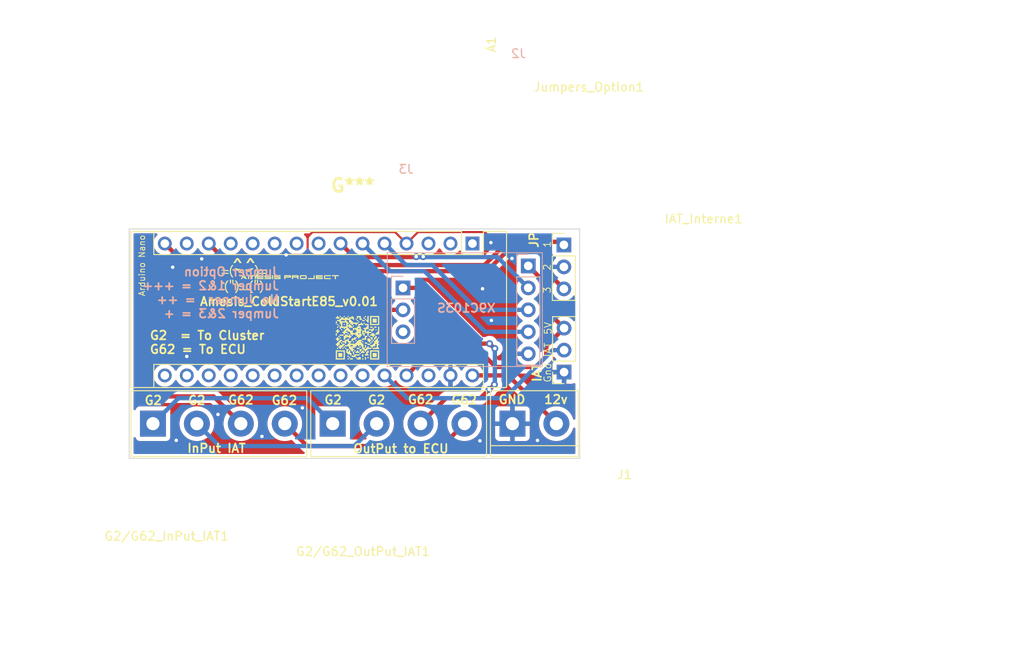
<source format=kicad_pcb>
(kicad_pcb (version 20211014) (generator pcbnew)
  (title_block (title "012-Amesis-ColdStartE85") (date "2022-09-20") (rev "v0.01_Golf 1.6L 16v ") (company "AP"))
  (layers (0 "F.Cu" signal) (31 "B.Cu" signal) (34 "B.Paste" user) (35 "F.Paste" user) (36 "B.SilkS" user "B.Silkscreen") (37 "F.SilkS" user "F.Silkscreen") (38 "B.Mask" user) (39 "F.Mask" user) (44 "Edge.Cuts" user))
  (net 0 "")
  (net 7 "GND")
  (net 9 "Net-(A1-Pad5)")
  (net 11 "Net-(A1-Pad6)")
  (net 13 "Net-(A1-Pad7)")
  (net 24 "Net-(A1-Pad30)")
  (net 26 "Net-(A1-Pad26)")
  (net 27 "Net-(A1-Pad27)")
  (net 28 "Net-(A1-Pad13)")
  (net 29 "Net-(A1-Pad15)")
  (net 30 "Net-(G2/G62_InPut_IAT1-Pad2)")
  (net 31 "Net-(G2/G62_InPut_IAT1-Pad3)")
  (net 32 "Net-(G2/G62_InPut_IAT1-Pad1)")
  (net 33 "Net-(G2/G62_InPut_IAT1-Pad4)")
  (net 34 "Net-(G2/G62_OutPut_IAT1-Pad3)")
  (footprint "AP_Amesis Logo:KiCad QR Code La Boutique Amesis Project" (layer "F.Cu") (at 115.9256 59.2836)
    (fp_text reference "G***" (at -0.508 -17.5768) (layer "F.SilkS") (effects (font (size 1.524 1.524) (thickness 0.3))))
    (fp_text value "LOGO" hide)
  )
  (footprint "Module:Arduino_Nano" (layer "F.Cu") (at 129.2352 48.4224 -90)
    (fp_text reference "A1" (at -23.0224 -2.1844 90) (layer "F.SilkS"))
    (fp_text value "Arduino_Nano_v3.x")
    (pad "1" thru_hole rect locked (at 0 0 270) (size 1.6 1.6) (drill 1) (layers *.Cu *.Mask))
    (pad "2" thru_hole oval locked (at 0 2.54 270) (size 1.6 1.6) (drill 1) (layers *.Cu *.Mask))
    (pad "3" thru_hole oval locked (at 0 5.08 270) (size 1.6 1.6) (drill 1) (layers *.Cu *.Mask))
    (pad "4" thru_hole oval locked (at 0 7.62 270) (size 1.6 1.6) (drill 1) (layers *.Cu *.Mask) (net 7 "GND"))
    (pad "5" thru_hole oval locked (at 0 10.16 270) (size 1.6 1.6) (drill 1) (layers *.Cu *.Mask) (net 9 "Net-(A1-Pad5)"))
    (pad "6" thru_hole oval locked (at 0 12.7 270) (size 1.6 1.6) (drill 1) (layers *.Cu *.Mask) (net 11 "Net-(A1-Pad6)"))
    (pad "7" thru_hole oval locked (at 0 15.24 270) (size 1.6 1.6) (drill 1) (layers *.Cu *.Mask) (net 13 "Net-(A1-Pad7)"))
    (pad "8" thru_hole oval locked (at 0 17.78 270) (size 1.6 1.6) (drill 1) (layers *.Cu *.Mask))
    (pad "9" thru_hole oval locked (at 0 20.32 270) (size 1.6 1.6) (drill 1) (layers *.Cu *.Mask))
    (pad "10" thru_hole oval locked (at 0 22.86 270) (size 1.6 1.6) (drill 1) (layers *.Cu *.Mask))
    (pad "11" thru_hole oval locked (at 0 25.4 270) (size 1.6 1.6) (drill 1) (layers *.Cu *.Mask))
    (pad "12" thru_hole oval locked (at 0 27.94 270) (size 1.6 1.6) (drill 1) (layers *.Cu *.Mask))
    (pad "13" thru_hole oval locked (at 0 30.48 270) (size 1.6 1.6) (drill 1) (layers *.Cu *.Mask) (net 28 "Net-(A1-Pad13)"))
    (pad "14" thru_hole oval locked (at 0 33.02 270) (size 1.6 1.6) (drill 1) (layers *.Cu *.Mask))
    (pad "15" thru_hole oval locked (at 0 35.56 270) (size 1.6 1.6) (drill 1) (layers *.Cu *.Mask) (net 29 "Net-(A1-Pad15)"))
    (pad "16" thru_hole oval locked (at 15.24 35.56 270) (size 1.6 1.6) (drill 1) (layers *.Cu *.Mask))
    (pad "17" thru_hole oval locked (at 15.24 33.02 270) (size 1.6 1.6) (drill 1) (layers *.Cu *.Mask))
    (pad "18" thru_hole oval locked (at 15.24 30.48 270) (size 1.6 1.6) (drill 1) (layers *.Cu *.Mask))
    (pad "19" thru_hole oval locked (at 15.24 27.94 270) (size 1.6 1.6) (drill 1) (layers *.Cu *.Mask))
    (pad "20" thru_hole oval locked (at 15.24 25.4 270) (size 1.6 1.6) (drill 1) (layers *.Cu *.Mask))
    (pad "21" thru_hole oval locked (at 15.24 22.86 270) (size 1.6 1.6) (drill 1) (layers *.Cu *.Mask))
    (pad "22" thru_hole oval locked (at 15.24 20.32 270) (size 1.6 1.6) (drill 1) (layers *.Cu *.Mask))
    (pad "23" thru_hole oval locked (at 15.24 17.78 270) (size 1.6 1.6) (drill 1) (layers *.Cu *.Mask))
    (pad "24" thru_hole oval locked (at 15.24 15.24 270) (size 1.6 1.6) (drill 1) (layers *.Cu *.Mask))
    (pad "25" thru_hole oval locked (at 15.24 12.7 270) (size 1.6 1.6) (drill 1) (layers *.Cu *.Mask))
    (pad "26" thru_hole oval locked (at 15.24 10.16 270) (size 1.6 1.6) (drill 1) (layers *.Cu *.Mask) (net 26 "Net-(A1-Pad26)"))
    (pad "27" thru_hole oval locked (at 15.24 7.62 270) (size 1.6 1.6) (drill 1) (layers *.Cu *.Mask) (net 27 "Net-(A1-Pad27)"))
    (pad "28" thru_hole oval locked (at 15.24 5.08 270) (size 1.6 1.6) (drill 1) (layers *.Cu *.Mask))
    (pad "29" thru_hole oval locked (at 15.24 2.54 270) (size 1.6 1.6) (drill 1) (layers *.Cu *.Mask) (net 7 "GND"))
    (pad "30" thru_hole oval locked (at 15.24 0 270) (size 1.6 1.6) (drill 1) (layers *.Cu *.Mask) (net 24 "Net-(A1-Pad30)"))
  )
  (footprint "TerminalBlock:TerminalBlock_bornier-2_P5.08mm" (layer "F.Cu") (at 133.858 69.2404)
    (fp_text reference "J1" (at 12.954 5.8928) (layer "F.SilkS"))
    (fp_text value "Screw_Terminal_01x02")
    (pad "1" thru_hole rect locked (at 0 0) (size 3 3) (drill 1.52) (layers *.Cu *.Mask) (net 7 "GND"))
    (pad "2" thru_hole circle locked (at 5.08 0) (size 3 3) (drill 1.52) (layers *.Cu *.Mask) (net 24 "Net-(A1-Pad30)"))
  )
  (footprint "Connector_PinHeader_2.54mm:PinHeader_1x03_P2.54mm_Vertical" (layer "F.Cu") (at 139.8016 48.5798)
    (fp_text reference "Jumpers_Option1" (at 2.8956 -18.2522) (layer "F.SilkS"))
    (fp_text value "Conn_01x03_Male")
    (pad "1" thru_hole rect locked (at 0 0) (size 1.7 1.7) (drill 1) (layers *.Cu *.Mask) (net 28 "Net-(A1-Pad13)"))
    (pad "2" thru_hole oval locked (at 0 2.54) (size 1.7 1.7) (drill 1) (layers *.Cu *.Mask) (net 7 "GND"))
    (pad "3" thru_hole oval locked (at 0 5.08) (size 1.7 1.7) (drill 1) (layers *.Cu *.Mask) (net 29 "Net-(A1-Pad15)"))
  )
  (footprint "TerminalBlock:TerminalBlock_bornier-4_P5.08mm" (layer "F.Cu") (at 113.0808 69.2404)
    (fp_text reference "G2/G62_OutPut_IAT1" (at 3.5052 14.7828) (layer "F.SilkS"))
    (fp_text value "Conn_01x04_Male")
    (pad "1" thru_hole rect (at 0 0) (size 3 3) (drill 1.52) (layers *.Cu *.Mask) (net 32 "Net-(G2/G62_InPut_IAT1-Pad1)"))
    (pad "2" thru_hole circle (at 5.08 0) (size 3 3) (drill 1.52) (layers *.Cu *.Mask) (net 30 "Net-(G2/G62_InPut_IAT1-Pad2)"))
    (pad "3" thru_hole circle (at 10.16 0) (size 3 3) (drill 1.52) (layers *.Cu *.Mask) (net 34 "Net-(G2/G62_OutPut_IAT1-Pad3)"))
    (pad "4" thru_hole circle (at 15.24 0) (size 3 3) (drill 1.52) (layers *.Cu *.Mask) (net 33 "Net-(G2/G62_InPut_IAT1-Pad4)"))
  )
  (footprint "AP_Amesis Logo:AmesisProject Logo 15mm" (layer "F.Cu") (at 106.8324 52.6796)
    (fp_text reference " " (at 0 0) (layer "F.SilkS") (effects (font (size 1.524 1.524) (thickness 0.3))))
    (fp_text value "LOGO" hide)
  )
  (footprint "Connector_PinSocket_2.54mm:PinSocket_1x03_P2.54mm_Vertical" (layer "F.Cu") (at 139.8266 63.2818 180)
    (fp_text reference "IAT_Interne1" (at -16.1294 17.7142) (layer "F.SilkS"))
    (fp_text value "R_Potentiometer")
    (pad "1" thru_hole rect locked (at 0 0 180) (size 1.7 1.7) (drill 1) (layers *.Cu *.Mask) (net 7 "GND"))
    (pad "2" thru_hole oval locked (at 0 2.54 180) (size 1.7 1.7) (drill 1) (layers *.Cu *.Mask) (net 26 "Net-(A1-Pad26)"))
    (pad "3" thru_hole oval locked (at 0 5.08 180) (size 1.7 1.7) (drill 1) (layers *.Cu *.Mask) (net 27 "Net-(A1-Pad27)"))
  )
  (footprint "TerminalBlock:TerminalBlock_bornier-4_P5.08mm" (layer "F.Cu") (at 92.3036 69.2404)
    (fp_text reference "G2/G62_InPut_IAT1" (at 1.5748 13.0048) (layer "F.SilkS"))
    (fp_text value "Conn_01x04_Male")
    (pad "1" thru_hole rect (at 0 0) (size 3 3) (drill 1.52) (layers *.Cu *.Mask) (net 32 "Net-(G2/G62_InPut_IAT1-Pad1)"))
    (pad "2" thru_hole circle (at 5.08 0) (size 3 3) (drill 1.52) (layers *.Cu *.Mask) (net 30 "Net-(G2/G62_InPut_IAT1-Pad2)"))
    (pad "3" thru_hole circle (at 10.16 0) (size 3 3) (drill 1.52) (layers *.Cu *.Mask) (net 31 "Net-(G2/G62_InPut_IAT1-Pad3)"))
    (pad "4" thru_hole circle (at 15.24 0) (size 3 3) (drill 1.52) (layers *.Cu *.Mask) (net 33 "Net-(G2/G62_InPut_IAT1-Pad4)"))
  )
  (footprint "Connector_PinSocket_2.54mm:PinSocket_1x05_P2.54mm_Vertical" (layer "B.Cu") (at 135.6868 51.0032 180)
    (fp_text reference "J2" (at 1.1176 24.5364) (layer "B.SilkS") (effects (justify mirror)))
    (fp_text value "Conn_01x05_Female")
    (pad "1" thru_hole rect locked (at 0 0 180) (size 1.7 1.7) (drill 1) (layers *.Cu *.Mask) (net 27 "Net-(A1-Pad27)"))
    (pad "2" thru_hole oval locked (at 0 -2.54 180) (size 1.7 1.7) (drill 1) (layers *.Cu *.Mask) (net 13 "Net-(A1-Pad7)"))
    (pad "3" thru_hole oval locked (at 0 -5.08 180) (size 1.7 1.7) (drill 1) (layers *.Cu *.Mask) (net 9 "Net-(A1-Pad5)"))
    (pad "4" thru_hole oval locked (at 0 -7.62 180) (size 1.7 1.7) (drill 1) (layers *.Cu *.Mask) (net 11 "Net-(A1-Pad6)"))
    (pad "5" thru_hole oval locked (at 0 -10.16 180) (size 1.7 1.7) (drill 1) (layers *.Cu *.Mask) (net 7 "GND"))
  )
  (footprint "Connector_PinSocket_2.54mm:PinSocket_1x03_P2.54mm_Vertical" (layer "B.Cu") (at 121.2088 53.5432 180)
    (fp_text reference "J3" (at -0.3556 13.716) (layer "B.SilkS") (effects (justify mirror)))
    (fp_text value "Conn_01x03_Female")
    (pad "1" thru_hole rect locked (at 0 0 180) (size 1.7 1.7) (drill 1) (layers *.Cu *.Mask) (net 34 "Net-(G2/G62_OutPut_IAT1-Pad3)"))
    (pad "2" thru_hole oval locked (at 0 -2.54 180) (size 1.7 1.7) (drill 1) (layers *.Cu *.Mask) (net 31 "Net-(G2/G62_InPut_IAT1-Pad3)"))
    (pad "3" thru_hole oval locked (at 0 -5.08 180) (size 1.7 1.7) (drill 1) (layers *.Cu *.Mask))
  )
  (gr_rect (start 119.38 49.4792) (end 137.3124 62.6364) (layer "B.SilkS") (width 0.1) (fill none))
  (gr_rect (start 89.5604 73.2536) (end 141.6304 46.736) (layer "Edge.Cuts") (width 0.1) (fill none))
  (gr_text "X9C103S" (at 128.524 55.88) (layer "B.SilkS") (effects (font (size 1 1) (thickness 0.2)) (justify mirror)))
  (gr_text "Jumper Option\nJumper 1&2 = +++\nNo Jumper  = ++\nJumper 2&3 = +" (at 106.9848 54.102) (layer "B.SilkS") (effects (font (size 1 1) (thickness 0.2)) (justify left mirror)))
  (gr_text "GND" (at 133.8072 66.4464) (layer "F.SilkS") (effects (font (size 1 1) (thickness 0.2))))
  (gr_text "InPut IAT" (at 96.1644 72.0852) (layer "F.SilkS") (effects (font (size 1 1) (thickness 0.2)) (justify left)))
  (gr_text "OutPut to ECU" (at 115.3668 72.136) (layer "F.SilkS") (effects (font (size 1 1) (thickness 0.2)) (justify left)))
  (gr_text "Amesis_ColdStartE85_v0.01 " (at 97.6376 55.118) (layer "F.SilkS") (effects (font (size 1 1) (thickness 0.2)) (justify left)))
  (gr_text "JP" (at 136.3472 48.006 90) (layer "F.SilkS") (effects (font (size 1 1) (thickness 0.2))))
  (gr_text "IAT" (at 136.7028 63.3476 90) (layer "F.SilkS") (effects (font (size 1 1) (thickness 0.2))))
  (gr_text "G62" (at 121.666 66.4464) (layer "F.SilkS") (effects (font (size 1 1) (thickness 0.2)) (justify left)))
  (gr_text "2" (at 137.8712 51.1556 90) (layer "F.SilkS") (effects (font (size 0.8 0.8) (thickness 0.1))))
  (gr_text "12v" (at 138.8872 66.4464) (layer "F.SilkS") (effects (font (size 1 1) (thickness 0.2))))
  (gr_text "G2" (at 91.2368 66.548) (layer "F.SilkS") (effects (font (size 1 1) (thickness 0.2)) (justify left)))
  (gr_text "G2  = To Cluster\nG62 = To ECU\n" (at 91.8464 59.8424) (layer "F.SilkS") (effects (font (size 1 1) (thickness 0.2)) (justify left)))
  (gr_text "G2" (at 117.0432 66.4972) (layer "F.SilkS") (effects (font (size 1 1) (thickness 0.2)) (justify left)))
  (gr_text "1" (at 137.8712 48.514 90) (layer "F.SilkS") (effects (font (size 0.8 0.8) (thickness 0.1))))
  (gr_text "3" (at 137.8712 53.7972 90) (layer "F.SilkS") (effects (font (size 0.8 0.8) (thickness 0.1))))
  (gr_text "G62" (at 100.8888 66.4972) (layer "F.SilkS") (effects (font (size 1 1) (thickness 0.2)) (justify left)))
  (gr_text "G62" (at 126.6952 66.4972) (layer "F.SilkS") (effects (font (size 1 1) (thickness 0.2)) (justify left)))
  (gr_text "G2" (at 96.266 66.548) (layer "F.SilkS") (effects (font (size 1 1) (thickness 0.2)) (justify left)))
  (gr_text "G62" (at 105.918 66.548) (layer "F.SilkS") (effects (font (size 1 1) (thickness 0.2)) (justify left)))
  (gr_text "5V" (at 137.9728 58.2168 90) (layer "F.SilkS") (effects (font (size 0.8 0.8) (thickness 0.1))))
  (gr_text "Arduino Nano" (at 91.0336 54.5592 90) (layer "F.SilkS") (effects (font (size 0.7 0.7) (thickness 0.1)) (justify left)))
  (gr_text "IAT" (at 137.9728 60.706 90) (layer "F.SilkS") (effects (font (size 0.8 0.8) (thickness 0.1))))
  (gr_text "G2" (at 112.014 66.4972) (layer "F.SilkS") (effects (font (size 1 1) (thickness 0.2)) (justify left)))
  (gr_text "Gnd" (at 137.922 63.3476 90) (layer "F.SilkS") (effects (font (size 0.8 0.8) (thickness 0.1))))
  (segment (start 122.946 47.0916) (end 121.6152 48.4224) (width 0.25) (layer "F.Cu") (net 7))
  (segment (start 110.1852 49.1744) (end 109.6264 49.7332) (width 0.25) (layer "F.Cu") (net 7))
  (segment (start 120.2844 47.0916) (end 110.744 47.0916) (width 0.25) (layer "F.Cu") (net 7))
  (segment (start 131.3688 47.8028) (end 130.6576 47.0916) (width 0.25) (layer "F.Cu") (net 7))
  (segment (start 130.6576 47.0916) (end 122.946 47.0916) (width 0.25) (layer "F.Cu") (net 7))
  (segment (start 109.6264 49.7332) (end 107.696 49.7332) (width 0.25) (layer "F.Cu") (net 7))
  (segment (start 110.1852 47.6504) (end 110.1852 49.1744) (width 0.25) (layer "F.Cu") (net 7))
  (segment (start 121.6152 48.4224) (end 120.2844 47.0916) (width 0.25) (layer "F.Cu") (net 7))
  (segment (start 110.744 47.0916) (end 110.1852 47.6504) (width 0.25) (layer "F.Cu") (net 7))
  (segment (start 131.3688 48.3108) (end 131.3688 47.8028) (width 0.25) (layer "F.Cu") (net 7))
  (via (at 94.5896 51.1556) (size 0.8) (drill 0.4) (layers "F.Cu" "B.Cu") (net 7))
  (via (at 96.2152 61.468) (size 0.8) (drill 0.4) (layers "F.Cu" "B.Cu") (net 7))
  (via (at 104.902 70.7136) (size 0.8) (drill 0.4) (layers "F.Cu" "B.Cu") (net 7))
  (via (at 131.4196 57.3024) (size 0.8) (drill 0.4) (layers "F.Cu" "B.Cu") (net 7))
  (via (at 133.8072 50.1396) (size 0.8) (drill 0.4) (layers "F.Cu" "B.Cu") (net 7))
  (via (at 136.7536 71.1708) (size 0.8) (drill 0.4) (layers "F.Cu" "B.Cu") (net 7))
  (via (at 131.3688 48.3108) (size 0.8) (drill 0.4) (layers "F.Cu" "B.Cu") (net 7))
  (via (at 94.996 71.1708) (size 0.8) (drill 0.4) (layers "F.Cu" "B.Cu") (net 7))
  (via (at 109.5756 67.4116) (size 0.8) (drill 0.4) (layers "F.Cu" "B.Cu") (net 7))
  (via (at 130.4036 53.6448) (size 0.8) (drill 0.4) (layers "F.Cu" "B.Cu") (net 7))
  (via (at 97.9424 50.1904) (size 0.8) (drill 0.4) (layers "F.Cu" "B.Cu") (net 7))
  (via (at 130.0988 71.2216) (size 0.8) (drill 0.4) (layers "F.Cu" "B.Cu") (net 7))
  (via (at 99.822 68.1736) (size 0.8) (drill 0.4) (layers "F.Cu" "B.Cu") (net 7))
  (via (at 107.696 49.7332) (size 0.8) (drill 0.4) (layers "F.Cu" "B.Cu") (net 7))
  (segment (start 119.0752 48.4224) (end 121.5544 50.9016) (width 0.5) (layer "B.Cu") (net 9))
  (segment (start 121.5544 50.9016) (end 124.6124 50.9016) (width 0.5) (layer "B.Cu") (net 9))
  (segment (start 124.6124 50.9016) (end 129.794 56.0832) (width 0.5) (layer "B.Cu") (net 9))
  (segment (start 129.794 56.0832) (end 135.6868 56.0832) (width 0.5) (layer "B.Cu") (net 9))
  (segment (start 123.698 51.6128) (end 119.7256 51.6128) (width 0.5) (layer "B.Cu") (net 11))
  (segment (start 130.7084 58.6232) (end 123.698 51.6128) (width 0.5) (layer "B.Cu") (net 11))
  (segment (start 119.7256 51.6128) (end 116.5352 48.4224) (width 0.5) (layer "B.Cu") (net 11))
  (segment (start 135.6868 58.6232) (end 130.7084 58.6232) (width 0.5) (layer "B.Cu") (net 11))
  (segment (start 115.56 49.9872) (end 113.9952 48.4224) (width 0.5) (layer "F.Cu") (net 13))
  (segment (start 122.7328 49.9364) (end 122.682 49.9872) (width 0.5) (layer "F.Cu") (net 13))
  (segment (start 122.682 49.9872) (end 115.56 49.9872) (width 0.5) (layer "F.Cu") (net 13))
  (via (at 122.7328 49.9364) (size 0.8) (drill 0.4) (layers "F.Cu" "B.Cu") (net 13))
  (via (at 123.5456 49.9364) (size 0.8) (drill 0.4) (layers "F.Cu" "B.Cu") (net 13))
  (segment (start 132.1308 49.9872) (end 122.7836 49.9872) (width 0.5) (layer "B.Cu") (net 13))
  (segment (start 135.6868 53.5432) (end 132.1308 49.9872) (width 0.5) (layer "B.Cu") (net 13))
  (segment (start 122.7836 49.9872) (end 122.7328 49.9364) (width 0.5) (layer "B.Cu") (net 13))
  (segment (start 138.938 69.2404) (end 133.36 63.6624) (width 0.5) (layer "F.Cu") (net 24))
  (segment (start 133.36 63.6624) (end 129.2352 63.6624) (width 0.5) (layer "F.Cu") (net 24))
  (segment (start 139.8266 60.7418) (end 138.4958 60.7418) (width 0.5) (layer "B.Cu") (net 26))
  (segment (start 138.4958 60.7418) (end 132.9436 66.294) (width 0.5) (layer "B.Cu") (net 26))
  (segment (start 132.9436 66.294) (end 121.7068 66.294) (width 0.5) (layer "B.Cu") (net 26))
  (segment (start 121.7068 66.294) (end 119.0752 63.6624) (width 0.5) (layer "B.Cu") (net 26))
  (segment (start 136.5504 62.6872) (end 137.7696 61.468) (width 0.5) (layer "F.Cu") (net 27))
  (segment (start 137.7696 61.468) (end 137.7696 60.2588) (width 0.5) (layer "F.Cu") (net 27))
  (segment (start 123.6572 61.6204) (end 130.852186 61.6204) (width 0.5) (layer "F.Cu") (net 27))
  (segment (start 121.6152 63.6624) (end 123.6572 61.6204) (width 0.5) (layer "F.Cu") (net 27))
  (segment (start 137.7696 60.2588) (end 139.8266 58.2018) (width 0.5) (layer "F.Cu") (net 27))
  (segment (start 139.8266 58.2018) (end 137.7696 56.1448) (width 0.5) (layer "F.Cu") (net 27))
  (segment (start 130.852186 61.6204) (end 131.918986 62.6872) (width 0.5) (layer "F.Cu") (net 27))
  (segment (start 137.7696 56.1448) (end 137.7696 53.086) (width 0.5) (layer "F.Cu") (net 27))
  (segment (start 131.918986 62.6872) (end 136.5504 62.6872) (width 0.5) (layer "F.Cu") (net 27))
  (segment (start 137.7696 53.086) (end 135.6868 51.0032) (width 0.5) (layer "F.Cu") (net 27))
  (segment (start 139.442681 48.220881) (end 139.8016 48.5798) (width 0.5) (layer "F.Cu") (net 28))
  (segment (start 133.313943 48.220881) (end 139.442681 48.220881) (width 0.5) (layer "F.Cu") (net 28))
  (segment (start 130.621544 50.91328) (end 133.313943 48.220881) (width 0.5) (layer "F.Cu") (net 28))
  (segment (start 98.7552 48.4224) (end 101.24608 50.91328) (width 0.5) (layer "F.Cu") (net 28))
  (segment (start 101.24608 50.91328) (end 130.621544 50.91328) (width 0.5) (layer "F.Cu") (net 28))
  (segment (start 130.911294 51.6128) (end 96.8656 51.6128) (width 0.5) (layer "F.Cu") (net 29))
  (segment (start 96.8656 51.6128) (end 93.6752 48.4224) (width 0.5) (layer "F.Cu") (net 29))
  (segment (start 136.652 48.9204) (end 133.603694 48.9204) (width 0.5) (layer "F.Cu") (net 29))
  (segment (start 137.7696 50.038) (end 136.652 48.9204) (width 0.5) (layer "F.Cu") (net 29))
  (segment (start 137.7696 51.6278) (end 137.7696 50.038) (width 0.5) (layer "F.Cu") (net 29))
  (segment (start 133.603694 48.9204) (end 130.911294 51.6128) (width 0.5) (layer "F.Cu") (net 29))
  (segment (start 139.8016 53.6598) (end 137.7696 51.6278) (width 0.5) (layer "F.Cu") (net 29))
  (segment (start 97.3836 69.2404) (end 99.9744 71.8312) (width 0.5) (layer "B.Cu") (net 30))
  (segment (start 115.57 71.8312) (end 118.1608 69.2404) (width 0.5) (layer "B.Cu") (net 30))
  (segment (start 99.9744 71.8312) (end 115.57 71.8312) (width 0.5) (layer "B.Cu") (net 30))
  (segment (start 91.2368 64.77) (end 91.2368 61.9252) (width 0.5) (layer "F.Cu") (net 31))
  (segment (start 92.5576 66.0908) (end 91.2368 64.77) (width 0.5) (layer "F.Cu") (net 31))
  (segment (start 99.314 66.0908) (end 92.5576 66.0908) (width 0.5) (layer "F.Cu") (net 31))
  (segment (start 91.2368 61.9252) (end 97.0788 56.0832) (width 0.5) (layer "F.Cu") (net 31))
  (segment (start 102.4636 69.2404) (end 99.314 66.0908) (width 0.5) (layer "F.Cu") (net 31))
  (segment (start 97.0788 56.0832) (end 121.2088 56.0832) (width 0.5) (layer "F.Cu") (net 31))
  (segment (start 110.1344 66.294) (end 113.0808 69.2404) (width 0.5) (layer "B.Cu") (net 32))
  (segment (start 92.3036 69.2404) (end 95.25 66.294) (width 0.5) (layer "B.Cu") (net 32))
  (segment (start 95.25 66.294) (end 110.1344 66.294) (width 0.5) (layer "B.Cu") (net 32))
  (segment (start 107.5436 69.2404) (end 110.1344 71.8312) (width 0.5) (layer "F.Cu") (net 33))
  (segment (start 110.1344 71.8312) (end 125.73 71.8312) (width 0.5) (layer "F.Cu") (net 33))
  (segment (start 125.73 71.8312) (end 128.3208 69.2404) (width 0.5) (layer "F.Cu") (net 33))
  (segment (start 131.1656 65.278) (end 131.2164 65.278) (width 0.25) (layer "F.Cu") (net 34))
  (segment (start 131.7752 60.5536) (end 131.826 60.5536) (width 0.5) (layer "F.Cu") (net 34))
  (segment (start 123.2408 69.2404) (end 126.1872 66.294) (width 0.5) (layer "F.Cu") (net 34))
  (segment (start 131.2164 59.9948) (end 130.0988 59.9948) (width 0.5) (layer "F.Cu") (net 34))
  (segment (start 126.1872 66.294) (end 130.1496 66.294) (width 0.5) (layer "F.Cu") (net 34))
  (segment (start 130.0988 59.9948) (end 123.6472 53.5432) (width 0.5) (layer "F.Cu") (net 34))
  (segment (start 131.826 60.5536) (end 131.8768 60.6044) (width 0.5) (layer "F.Cu") (net 34))
  (segment (start 130.1496 66.294) (end 131.1656 65.278) (width 0.5) (layer "F.Cu") (net 34))
  (segment (start 131.2164 65.278) (end 131.7752 64.7192) (width 0.5) (layer "F.Cu") (net 34))
  (segment (start 123.6472 53.5432) (end 121.2088 53.5432) (width 0.5) (layer "F.Cu") (net 34))
  (segment (start 131.2164 59.9948) (end 131.7752 60.5536) (width 0.5) (layer "F.Cu") (net 34))
  (via (at 131.1656 65.278) (size 0.8) (drill 0.4) (layers "F.Cu" "B.Cu") (net 34))
  (via (at 131.2164 59.9948) (size 0.8) (drill 0.4) (layers "F.Cu" "B.Cu") (net 34))
  (via (at 131.826 60.5536) (size 0.8) (drill 0.4) (layers "F.Cu" "B.Cu") (net 34))
  (via (at 131.7752 64.7192) (size 0.8) (drill 0.4) (layers "F.Cu" "B.Cu") (net 34))
  (segment (start 131.826 60.6552) (end 131.826 64.6684) (width 0.5) (layer "B.Cu") (net 34))
  (segment (start 131.826 64.6684) (end 131.7752 64.7192) (width 0.5) (layer "B.Cu") (net 34))
  (segment (start 131.8768 60.6044) (end 131.826 60.6552) (width 0.5) (layer "B.Cu") (net 34))
  (zone (net 7) (net_name "GND") (layers F&B.Cu) (connect_pads (clearance 0.508)) (min_thickness 0.254) (fill yes (thermal_gap 0.508) (thermal_bridge_width 0.508))
    (polygon (pts (xy 192.4812 21.6408) (xy 192.9892 97.028) (xy 74.6252 86.9696) (xy 74.8284 86.7156) (xy 74.7268 20.2692)))
  )
)
</source>
